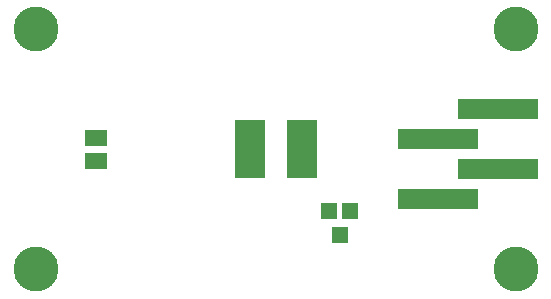
<source format=gts>
G04 (created by PCBNEW-RS274X (2012-apr-16-27)-stable) date Thu 15 May 2014 11:09:13 AM PDT*
G01*
G70*
G90*
%MOIN*%
G04 Gerber Fmt 3.4, Leading zero omitted, Abs format*
%FSLAX34Y34*%
G04 APERTURE LIST*
%ADD10C,0.006000*%
%ADD11C,0.150000*%
%ADD12R,0.056000X0.056000*%
%ADD13R,0.075000X0.055000*%
%ADD14R,0.270000X0.070000*%
%ADD15R,0.098700X0.071200*%
G04 APERTURE END LIST*
G54D10*
G54D11*
X31000Y-21000D03*
X31000Y-29000D03*
X47000Y-29000D03*
X47000Y-21000D03*
G54D12*
X40792Y-27061D03*
X41492Y-27061D03*
X41142Y-27861D03*
G54D13*
X33024Y-24625D03*
X33024Y-25375D03*
G54D14*
X44402Y-26644D03*
X46398Y-25644D03*
X44402Y-24644D03*
X46398Y-23644D03*
G54D15*
X38134Y-24370D03*
X39866Y-24370D03*
X38134Y-25000D03*
X39866Y-25000D03*
X38134Y-25630D03*
X39866Y-25630D03*
M02*

</source>
